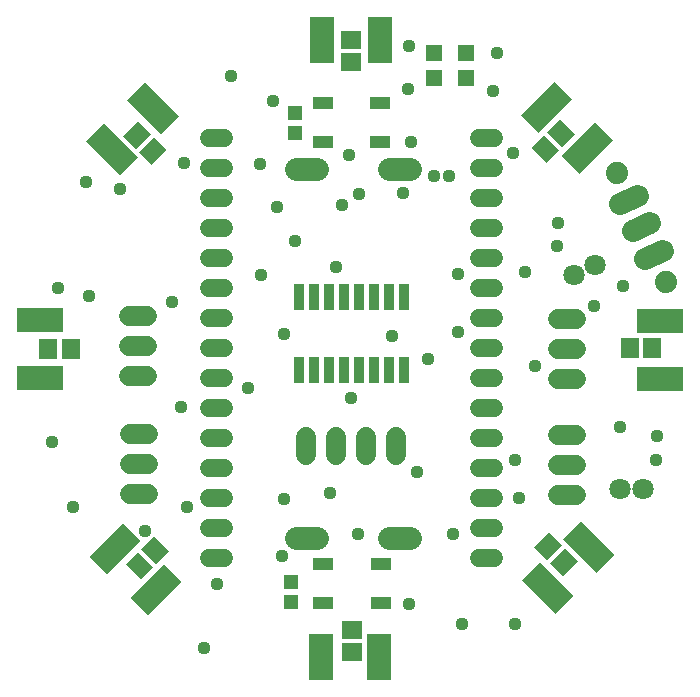
<source format=gbr>
G04 EAGLE Gerber RS-274X export*
G75*
%MOMM*%
%FSLAX34Y34*%
%LPD*%
%INSoldermask Bottom*%
%IPPOS*%
%AMOC8*
5,1,8,0,0,1.08239X$1,22.5*%
G01*
%ADD10C,1.727200*%
%ADD11R,0.863600X2.235200*%
%ADD12R,1.703200X1.103200*%
%ADD13R,2.133600X4.013200*%
%ADD14R,4.013200X2.133600*%
%ADD15R,1.803200X1.503200*%
%ADD16R,1.503200X1.803200*%
%ADD17C,1.511200*%
%ADD18C,1.981200*%
%ADD19C,1.803200*%
%ADD20R,1.203200X1.303200*%
%ADD21R,1.403200X1.403200*%
%ADD22C,1.853200*%
%ADD23C,1.879600*%
%ADD24C,1.117600*%


D10*
X-65989Y322686D02*
X-50749Y322686D01*
X-50749Y297286D02*
X-65989Y297286D01*
X-65989Y271886D02*
X-50749Y271886D01*
X296418Y269566D02*
X311658Y269566D01*
X311658Y294966D02*
X296418Y294966D01*
X296418Y320366D02*
X311658Y320366D01*
D11*
X77540Y338766D03*
X77540Y277298D03*
X90240Y338766D03*
X102940Y338766D03*
X90240Y277298D03*
X102940Y277298D03*
X115640Y338766D03*
X115640Y277298D03*
X128340Y338766D03*
X128340Y277298D03*
X141040Y338766D03*
X153740Y338766D03*
X141040Y277298D03*
X153740Y277298D03*
X166440Y338766D03*
X166440Y277298D03*
D10*
X83869Y220754D02*
X83869Y205514D01*
X109269Y205514D02*
X109269Y220754D01*
X134669Y220754D02*
X134669Y205514D01*
X160069Y205514D02*
X160069Y220754D01*
D12*
X97468Y469910D03*
X97468Y502910D03*
X146468Y469910D03*
X146468Y502910D03*
X97535Y80020D03*
X97535Y113020D03*
X146535Y80020D03*
X146535Y113020D03*
D10*
X-50673Y171953D02*
X-65913Y171953D01*
X-65913Y197353D02*
X-50673Y197353D01*
X-50673Y222753D02*
X-65913Y222753D01*
X296880Y171100D02*
X312120Y171100D01*
X312120Y196500D02*
X296880Y196500D01*
X296880Y221900D02*
X312120Y221900D01*
D13*
X96765Y556736D03*
X145787Y556736D03*
D14*
G36*
X265177Y493059D02*
X293554Y521436D01*
X308641Y506349D01*
X280264Y477972D01*
X265177Y493059D01*
G37*
G36*
X299841Y458396D02*
X328218Y486773D01*
X343305Y471686D01*
X314928Y443309D01*
X299841Y458396D01*
G37*
X382884Y318460D03*
X382884Y269438D03*
G36*
X316125Y148998D02*
X344502Y120621D01*
X329415Y105534D01*
X301038Y133911D01*
X316125Y148998D01*
G37*
G36*
X281462Y114334D02*
X309839Y85957D01*
X294752Y70870D01*
X266375Y99247D01*
X281462Y114334D01*
G37*
D13*
X145218Y34449D03*
X96196Y34449D03*
D14*
G36*
X-22083Y97779D02*
X-50460Y69402D01*
X-65547Y84489D01*
X-37170Y112866D01*
X-22083Y97779D01*
G37*
G36*
X-56747Y132443D02*
X-85124Y104066D01*
X-100211Y119153D01*
X-71834Y147530D01*
X-56747Y132443D01*
G37*
X-141441Y270707D03*
X-141441Y319729D03*
G36*
X-74035Y442334D02*
X-102412Y470711D01*
X-87325Y485798D01*
X-58948Y457421D01*
X-74035Y442334D01*
G37*
G36*
X-39371Y476998D02*
X-67748Y505375D01*
X-52661Y520462D01*
X-24284Y492085D01*
X-39371Y476998D01*
G37*
D15*
X121568Y556704D03*
X121568Y537704D03*
D16*
G36*
X287829Y478886D02*
X298458Y489515D01*
X311207Y476766D01*
X300578Y466137D01*
X287829Y478886D01*
G37*
G36*
X274394Y465451D02*
X285023Y476080D01*
X297772Y463331D01*
X287143Y452702D01*
X274394Y465451D01*
G37*
X376784Y295656D03*
X357784Y295656D03*
G36*
X303000Y126309D02*
X313629Y115680D01*
X300880Y102931D01*
X290251Y113560D01*
X303000Y126309D01*
G37*
G36*
X289565Y139744D02*
X300194Y129115D01*
X287445Y116366D01*
X276816Y126995D01*
X289565Y139744D01*
G37*
D15*
X122174Y38252D03*
X122174Y57252D03*
D16*
G36*
X-45959Y110438D02*
X-56588Y99809D01*
X-69337Y112558D01*
X-58708Y123187D01*
X-45959Y110438D01*
G37*
G36*
X-32524Y123873D02*
X-43153Y113244D01*
X-55902Y125993D01*
X-45273Y136622D01*
X-32524Y123873D01*
G37*
X-134722Y294640D03*
X-115722Y294640D03*
G36*
X-60858Y464372D02*
X-71487Y475001D01*
X-58738Y487750D01*
X-48109Y477121D01*
X-60858Y464372D01*
G37*
G36*
X-47423Y450937D02*
X-58052Y461566D01*
X-45303Y474315D01*
X-34674Y463686D01*
X-47423Y450937D01*
G37*
D17*
X966Y473201D02*
X14046Y473201D01*
X14046Y447801D02*
X966Y447801D01*
X966Y422401D02*
X14046Y422401D01*
X14046Y397001D02*
X966Y397001D01*
X966Y371601D02*
X14046Y371601D01*
X14046Y346201D02*
X966Y346201D01*
X966Y320801D02*
X14046Y320801D01*
X14046Y295401D02*
X966Y295401D01*
X966Y270001D02*
X14046Y270001D01*
X14046Y244601D02*
X966Y244601D01*
X966Y219201D02*
X14046Y219201D01*
X14046Y193801D02*
X966Y193801D01*
X966Y168401D02*
X14046Y168401D01*
X14046Y143001D02*
X966Y143001D01*
X966Y117601D02*
X14046Y117601D01*
X229566Y473201D02*
X242646Y473201D01*
X242646Y447801D02*
X229566Y447801D01*
X229566Y422401D02*
X242646Y422401D01*
X242646Y397001D02*
X229566Y397001D01*
X229566Y371601D02*
X242646Y371601D01*
X242646Y346201D02*
X229566Y346201D01*
X229566Y320801D02*
X242646Y320801D01*
X242646Y295401D02*
X229566Y295401D01*
X229566Y270001D02*
X242646Y270001D01*
X242646Y244601D02*
X229566Y244601D01*
X229566Y219201D02*
X242646Y219201D01*
X242646Y193801D02*
X229566Y193801D01*
X229566Y168401D02*
X242646Y168401D01*
X242646Y143001D02*
X229566Y143001D01*
X229566Y117601D02*
X242646Y117601D01*
D18*
X92683Y134953D02*
X74903Y134953D01*
X74903Y447063D02*
X92683Y447063D01*
X153645Y134953D02*
X171425Y134953D01*
X171425Y447063D02*
X153645Y447063D01*
D19*
X310329Y357684D03*
X328499Y366042D03*
D20*
X73981Y478091D03*
X73981Y495091D03*
X70510Y80601D03*
X70510Y97601D03*
D21*
X219011Y524568D03*
X219011Y545568D03*
X192000Y524300D03*
X192000Y545300D03*
D22*
X370247Y371368D02*
X385321Y378079D01*
X374989Y401283D02*
X359916Y394572D01*
X349585Y417776D02*
X364658Y424487D01*
D23*
X388115Y351519D03*
X346790Y444335D03*
D19*
X369100Y176600D03*
X349100Y176600D03*
D24*
X207800Y138300D03*
X127600Y138700D03*
X103800Y172700D03*
X177800Y191200D03*
X121700Y253200D03*
X186900Y286800D03*
X260800Y201000D03*
X379700Y201000D03*
X348900Y229100D03*
X277000Y280800D03*
X327100Y331000D03*
X352000Y348700D03*
X260000Y62300D03*
X215700Y61900D03*
X-2800Y41800D03*
X8300Y95700D03*
X-17400Y161500D03*
X64600Y167900D03*
X65200Y307800D03*
X-22300Y246000D03*
X-131500Y216000D03*
X-113700Y161300D03*
X-100100Y339600D03*
X-102800Y436700D03*
X155900Y306200D03*
X20100Y526200D03*
X241900Y513200D03*
X297200Y401800D03*
X259000Y460500D03*
X211800Y309400D03*
X45700Y357400D03*
X63000Y120000D03*
X263600Y168600D03*
X169500Y515300D03*
X165600Y427100D03*
X-30400Y334700D03*
X170500Y551800D03*
X-52700Y140700D03*
X74400Y386400D03*
X119600Y459300D03*
X58500Y415500D03*
X113600Y416500D03*
X245000Y545600D03*
X34200Y261700D03*
X380400Y221100D03*
X128600Y426100D03*
X44200Y451200D03*
X172300Y470000D03*
X-74070Y430470D03*
X-19700Y452700D03*
X-126600Y346600D03*
X108600Y364500D03*
X170600Y79100D03*
X192100Y441800D03*
X204300Y441800D03*
X55600Y504600D03*
X296100Y381800D03*
X212400Y358800D03*
X268900Y360100D03*
M02*

</source>
